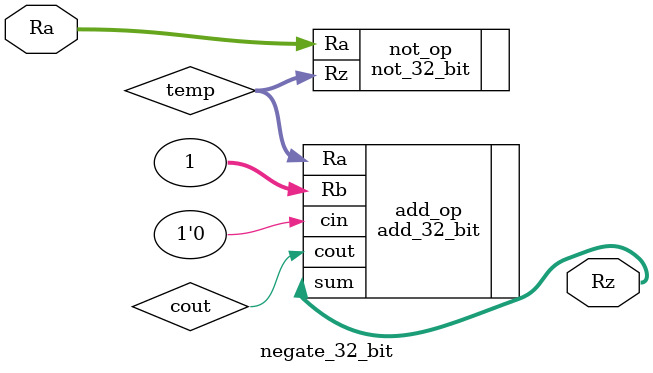
<source format=v>
`timescale 1ns / 1ps

module negate_32_bit(
	input wire [31:0] Ra,
	output wire [31:0] Rz
	);
	
	wire [31:0] temp; 
	wire cout;
	not_32_bit not_op(.Ra(Ra),.Rz(temp));
	add_32_bit add_op(.Ra(temp), .Rb(32'd1),.cin(1'd0),.sum(Rz),.cout(cout));
	
endmodule

</source>
